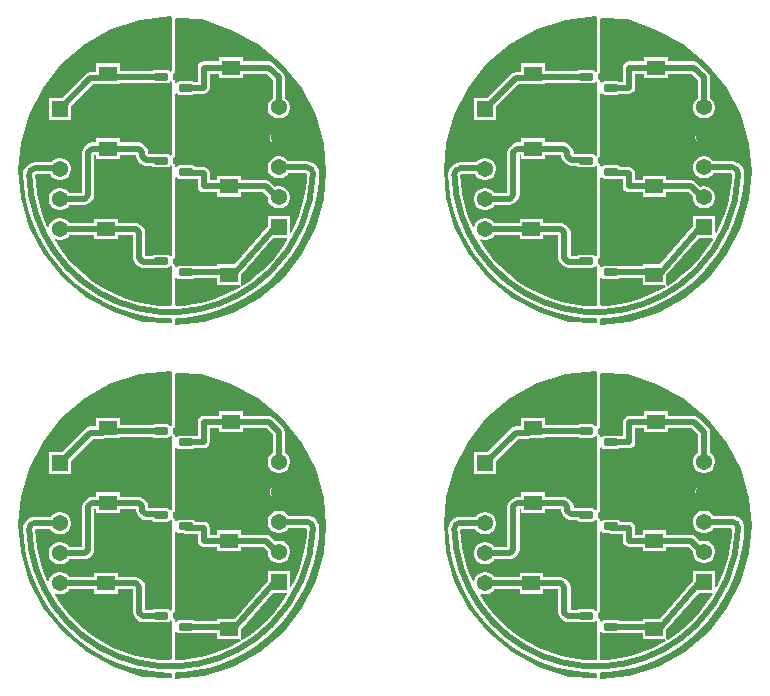
<source format=gbr>
%TF.GenerationSoftware,Altium Limited,Altium Designer,23.1.1 (15)*%
G04 Layer_Physical_Order=2*
G04 Layer_Color=16711680*
%FSLAX45Y45*%
%MOMM*%
%TF.SameCoordinates,57096F0C-A1BA-419E-BD28-F337C00074C1*%
%TF.FilePolarity,Positive*%
%TF.FileFunction,Copper,L2,Bot,Signal*%
%TF.Part,CustomerPanel*%
G01*
G75*
%TA.AperFunction,ComponentPad*%
%ADD11R,1.37000X1.37000*%
%ADD12C,1.37000*%
%TA.AperFunction,Conductor*%
%ADD13C,0.50000*%
%TA.AperFunction,SMDPad,CuDef*%
G04:AMPARAMS|DCode=14|XSize=1.23mm|YSize=0.6mm|CornerRadius=0.075mm|HoleSize=0mm|Usage=FLASHONLY|Rotation=0.000|XOffset=0mm|YOffset=0mm|HoleType=Round|Shape=RoundedRectangle|*
%AMROUNDEDRECTD14*
21,1,1.23000,0.45000,0,0,0.0*
21,1,1.08000,0.60000,0,0,0.0*
1,1,0.15000,0.54000,-0.22500*
1,1,0.15000,-0.54000,-0.22500*
1,1,0.15000,-0.54000,0.22500*
1,1,0.15000,0.54000,0.22500*
%
%ADD14ROUNDEDRECTD14*%
%ADD15R,1.50000X1.25000*%
G36*
X5328342Y5988616D02*
Y5531551D01*
X5315642Y5527699D01*
X5311819Y5533420D01*
X5300937Y5540691D01*
X5288100Y5543245D01*
X5180100D01*
X5167263Y5540691D01*
X5164114Y5538587D01*
X4886100D01*
Y5599700D01*
X4685300D01*
Y5525687D01*
X4639200D01*
X4619535Y5521776D01*
X4602864Y5510636D01*
X4400527Y5308300D01*
X4285400D01*
Y5120500D01*
X4473200D01*
Y5235628D01*
X4660485Y5422913D01*
X4748200D01*
X4753163Y5423900D01*
X4886100D01*
Y5435813D01*
X5164114D01*
X5167263Y5433709D01*
X5180100Y5431156D01*
X5288100D01*
X5300937Y5433709D01*
X5311819Y5440980D01*
X5315642Y5446702D01*
X5328342Y5442849D01*
Y4820351D01*
X5315642Y4816499D01*
X5311819Y4822220D01*
X5300937Y4829491D01*
X5288100Y4832045D01*
X5205766D01*
X5196000Y4833987D01*
X5129187D01*
Y4849611D01*
X5125276Y4869276D01*
X5114136Y4885947D01*
X5084847Y4915236D01*
X5068176Y4926376D01*
X5048510Y4930287D01*
X4886100D01*
Y4966800D01*
X4685300D01*
Y4930287D01*
X4649889D01*
X4630224Y4926376D01*
X4613553Y4915236D01*
X4584264Y4885947D01*
X4573124Y4869276D01*
X4569213Y4849611D01*
Y4503787D01*
X4458058D01*
X4454439Y4510056D01*
X4436956Y4527539D01*
X4415544Y4539901D01*
X4391662Y4546300D01*
X4366938D01*
X4343056Y4539901D01*
X4321644Y4527539D01*
X4304161Y4510056D01*
X4291799Y4488644D01*
X4285400Y4464762D01*
Y4440038D01*
X4291799Y4416156D01*
X4304161Y4394744D01*
X4321644Y4377261D01*
X4343056Y4364899D01*
X4366938Y4358500D01*
X4391662D01*
X4415544Y4364899D01*
X4436956Y4377261D01*
X4454439Y4394744D01*
X4458058Y4401013D01*
X4591310D01*
X4610976Y4404924D01*
X4627647Y4416064D01*
X4656936Y4445353D01*
X4668075Y4462024D01*
X4671987Y4481690D01*
Y4827513D01*
X4685300D01*
Y4791000D01*
X4886100D01*
Y4827513D01*
X5026413D01*
Y4811890D01*
X5030324Y4792224D01*
X5041464Y4775553D01*
X5070753Y4746264D01*
X5087424Y4735124D01*
X5107089Y4731213D01*
X5155423D01*
X5156380Y4729780D01*
X5167263Y4722509D01*
X5180100Y4719956D01*
X5288100D01*
X5300937Y4722509D01*
X5311819Y4729780D01*
X5315642Y4735502D01*
X5328342Y4731649D01*
Y3969451D01*
X5315642Y3965599D01*
X5311819Y3971320D01*
X5300937Y3978591D01*
X5288100Y3981145D01*
X5180100D01*
X5167263Y3978591D01*
X5156380Y3971320D01*
X5155757Y3970387D01*
X5103787D01*
Y4169111D01*
X5099875Y4188776D01*
X5088736Y4205447D01*
X5059447Y4234736D01*
X5042776Y4245876D01*
X5023110Y4249787D01*
X4873400D01*
Y4286300D01*
X4672600D01*
Y4249787D01*
X4458058D01*
X4454439Y4256056D01*
X4436956Y4273539D01*
X4415544Y4285901D01*
X4391662Y4292300D01*
X4366938D01*
X4343056Y4285901D01*
X4321644Y4273539D01*
X4304161Y4256056D01*
X4291799Y4234644D01*
X4287206Y4217504D01*
X4273823Y4216626D01*
X4239049Y4300577D01*
X4208897Y4396210D01*
X4187193Y4494108D01*
X4174105Y4593524D01*
X4171646Y4649837D01*
X4180428Y4659011D01*
X4298233D01*
X4304161Y4648744D01*
X4321644Y4631261D01*
X4343056Y4618899D01*
X4366938Y4612500D01*
X4391662D01*
X4415544Y4618899D01*
X4436956Y4631261D01*
X4454439Y4648744D01*
X4466801Y4670156D01*
X4473200Y4694038D01*
Y4718762D01*
X4466801Y4742644D01*
X4454439Y4764056D01*
X4436956Y4781539D01*
X4415544Y4793901D01*
X4391662Y4800300D01*
X4366938D01*
X4343056Y4793901D01*
X4321644Y4781539D01*
X4304161Y4764056D01*
X4302850Y4761786D01*
X4169638D01*
X4169637Y4761786D01*
Y4761786D01*
X4167843Y4761429D01*
X4143427Y4758215D01*
X4119004Y4748098D01*
X4098031Y4732005D01*
X4081938Y4711032D01*
X4071821Y4686608D01*
X4068371Y4660399D01*
X4068406Y4659817D01*
X4068266Y4659117D01*
X4068527Y4657809D01*
Y4657806D01*
X4068527Y4657805D01*
X4069669Y4645476D01*
X4072326Y4584620D01*
X4086578Y4476366D01*
X4110210Y4369767D01*
X4143044Y4265634D01*
X4184828Y4164758D01*
X4235245Y4067908D01*
X4293911Y3975820D01*
X4360380Y3889196D01*
X4434146Y3808694D01*
X4514648Y3734929D01*
X4601271Y3668460D01*
X4693359Y3609793D01*
X4790209Y3559376D01*
X4891085Y3517592D01*
X4995219Y3484759D01*
X5101818Y3461126D01*
X5210071Y3446875D01*
X5319155Y3442112D01*
X5319168Y3442112D01*
X5328342Y3433330D01*
Y3407315D01*
X5319187Y3398513D01*
X5078056Y3407990D01*
X4839340Y3493218D01*
X4609765Y3615414D01*
X4405179Y3784841D01*
X4233408Y3991771D01*
X4115319Y4217239D01*
X4048508Y4460156D01*
X4028342Y4698153D01*
X4048508Y4926242D01*
X4115319Y5165672D01*
X4233408Y5390698D01*
X4390286Y5598181D01*
X4593415Y5765727D01*
X4816658Y5889487D01*
X5062522Y5967825D01*
X5318866Y5997072D01*
X5328342Y5988616D01*
D02*
G37*
G36*
X1728342D02*
Y5531551D01*
X1715642Y5527699D01*
X1711820Y5533420D01*
X1700937Y5540691D01*
X1688100Y5543245D01*
X1580100D01*
X1567263Y5540691D01*
X1564114Y5538587D01*
X1286100D01*
Y5599700D01*
X1085300D01*
Y5525687D01*
X1039200D01*
X1019535Y5521776D01*
X1002864Y5510636D01*
X800527Y5308300D01*
X685400D01*
Y5120500D01*
X873200D01*
Y5235628D01*
X1060485Y5422913D01*
X1148200D01*
X1153164Y5423900D01*
X1286100D01*
Y5435813D01*
X1564114D01*
X1567263Y5433709D01*
X1580100Y5431156D01*
X1688100D01*
X1700937Y5433709D01*
X1711820Y5440980D01*
X1715642Y5446702D01*
X1728342Y5442849D01*
Y4820351D01*
X1715642Y4816499D01*
X1711820Y4822220D01*
X1700937Y4829491D01*
X1688100Y4832045D01*
X1605766D01*
X1596000Y4833987D01*
X1529187D01*
Y4849611D01*
X1525276Y4869276D01*
X1514136Y4885947D01*
X1484847Y4915236D01*
X1468176Y4926376D01*
X1448510Y4930287D01*
X1286100D01*
Y4966800D01*
X1085300D01*
Y4930287D01*
X1049889D01*
X1030224Y4926376D01*
X1013553Y4915236D01*
X984264Y4885947D01*
X973124Y4869276D01*
X969213Y4849611D01*
Y4503787D01*
X858058D01*
X854439Y4510056D01*
X836956Y4527539D01*
X815544Y4539901D01*
X791662Y4546300D01*
X766938D01*
X743056Y4539901D01*
X721644Y4527539D01*
X704161Y4510056D01*
X691799Y4488644D01*
X685400Y4464762D01*
Y4440038D01*
X691799Y4416156D01*
X704161Y4394744D01*
X721644Y4377261D01*
X743056Y4364899D01*
X766938Y4358500D01*
X791662D01*
X815544Y4364899D01*
X836956Y4377261D01*
X854439Y4394744D01*
X858058Y4401013D01*
X991310D01*
X1010976Y4404924D01*
X1027647Y4416064D01*
X1056936Y4445353D01*
X1068076Y4462024D01*
X1071987Y4481690D01*
Y4827513D01*
X1085300D01*
Y4791000D01*
X1286100D01*
Y4827513D01*
X1426413D01*
Y4811890D01*
X1430324Y4792224D01*
X1441464Y4775553D01*
X1470753Y4746264D01*
X1487424Y4735124D01*
X1507089Y4731213D01*
X1555423D01*
X1556380Y4729780D01*
X1567263Y4722509D01*
X1580100Y4719956D01*
X1688100D01*
X1700937Y4722509D01*
X1711820Y4729780D01*
X1715642Y4735502D01*
X1728342Y4731649D01*
Y3969451D01*
X1715642Y3965599D01*
X1711820Y3971320D01*
X1700937Y3978591D01*
X1688100Y3981145D01*
X1580100D01*
X1567263Y3978591D01*
X1556380Y3971320D01*
X1555757Y3970387D01*
X1503787D01*
Y4169111D01*
X1499876Y4188776D01*
X1488736Y4205447D01*
X1459447Y4234736D01*
X1442776Y4245876D01*
X1423110Y4249787D01*
X1273400D01*
Y4286300D01*
X1072600D01*
Y4249787D01*
X858058D01*
X854439Y4256056D01*
X836956Y4273539D01*
X815544Y4285901D01*
X791662Y4292300D01*
X766938D01*
X743056Y4285901D01*
X721644Y4273539D01*
X704161Y4256056D01*
X691799Y4234644D01*
X687206Y4217504D01*
X673823Y4216626D01*
X639050Y4300577D01*
X608897Y4396210D01*
X587193Y4494108D01*
X574105Y4593524D01*
X571646Y4649837D01*
X580428Y4659011D01*
X698233D01*
X704161Y4648744D01*
X721644Y4631261D01*
X743056Y4618899D01*
X766938Y4612500D01*
X791662D01*
X815544Y4618899D01*
X836956Y4631261D01*
X854439Y4648744D01*
X866801Y4670156D01*
X873200Y4694038D01*
Y4718762D01*
X866801Y4742644D01*
X854439Y4764056D01*
X836956Y4781539D01*
X815544Y4793901D01*
X791662Y4800300D01*
X766938D01*
X743056Y4793901D01*
X721644Y4781539D01*
X704161Y4764056D01*
X702851Y4761786D01*
X569638D01*
X569637Y4761786D01*
Y4761786D01*
X567843Y4761429D01*
X543427Y4758215D01*
X519004Y4748098D01*
X498031Y4732005D01*
X481938Y4711032D01*
X471821Y4686608D01*
X468371Y4660399D01*
X468406Y4659817D01*
X468266Y4659117D01*
X468527Y4657809D01*
Y4657806D01*
X468527Y4657805D01*
X469669Y4645476D01*
X472326Y4584620D01*
X486578Y4476366D01*
X510211Y4369767D01*
X543044Y4265634D01*
X584828Y4164758D01*
X635245Y4067908D01*
X693911Y3975820D01*
X760380Y3889196D01*
X834146Y3808694D01*
X914648Y3734929D01*
X1001272Y3668460D01*
X1093359Y3609793D01*
X1190209Y3559376D01*
X1291086Y3517592D01*
X1395219Y3484759D01*
X1501818Y3461126D01*
X1610071Y3446875D01*
X1719155Y3442112D01*
X1719168Y3442112D01*
X1728342Y3433330D01*
Y3407315D01*
X1719187Y3398513D01*
X1478056Y3407990D01*
X1239340Y3493218D01*
X1009765Y3615414D01*
X805179Y3784841D01*
X633408Y3991771D01*
X515319Y4217239D01*
X448508Y4460156D01*
X428342Y4698153D01*
X448508Y4926242D01*
X515319Y5165672D01*
X633408Y5390698D01*
X790286Y5598181D01*
X993415Y5765727D01*
X1216658Y5889487D01*
X1462522Y5967825D01*
X1718867Y5997072D01*
X1728342Y5988616D01*
D02*
G37*
G36*
X5586548Y5971562D02*
X5825264Y5886335D01*
X6054840Y5764139D01*
X6259426Y5594712D01*
X6431197Y5387782D01*
X6549286Y5162313D01*
X6616096Y4919396D01*
X6636262Y4681399D01*
X6616096Y4453310D01*
X6549286Y4213880D01*
X6431197Y3988854D01*
X6274319Y3781372D01*
X6071190Y3613826D01*
X5847946Y3490065D01*
X5602083Y3411727D01*
X5358547Y3383942D01*
X5354995Y3387430D01*
X5351349Y3395903D01*
X5352069Y3396937D01*
X5352124Y3397189D01*
X5352268Y3397405D01*
X5353206Y3402119D01*
X5354235Y3406806D01*
X5354189Y3407061D01*
X5354240Y3407315D01*
Y3433330D01*
X5355631Y3435399D01*
X5362714Y3443023D01*
X5365043Y3444116D01*
X5428238Y3446875D01*
X5536491Y3461126D01*
X5643090Y3484759D01*
X5747224Y3517592D01*
X5848100Y3559376D01*
X5944950Y3609793D01*
X6037038Y3668460D01*
X6123662Y3734929D01*
X6195083Y3800374D01*
X6204164Y3808694D01*
X6204306Y3808830D01*
X6204306Y3808830D01*
X6278787Y3890112D01*
X6346020Y3977732D01*
X6405361Y4070878D01*
X6456358Y4168843D01*
X6498623Y4270878D01*
X6531834Y4376209D01*
X6555738Y4484034D01*
X6570153Y4593532D01*
X6572778Y4653647D01*
X6573598Y4664526D01*
X6573908Y4666081D01*
X6573908Y4666081D01*
X6574212Y4667607D01*
X6574063Y4668356D01*
X6574113Y4669100D01*
X6572898Y4678326D01*
X6570662Y4695310D01*
X6560546Y4719733D01*
X6544452Y4740706D01*
X6523479Y4756799D01*
X6499056Y4766916D01*
X6475111Y4770068D01*
X6473169Y4770455D01*
Y4770455D01*
X6473006Y4770487D01*
X6460482Y4770487D01*
X6312258Y4770487D01*
X6308639Y4776756D01*
X6291156Y4794239D01*
X6269744Y4806601D01*
X6245862Y4813000D01*
X6221138D01*
X6197256Y4806601D01*
X6175844Y4794239D01*
X6158361Y4776756D01*
X6145999Y4755344D01*
X6139600Y4731462D01*
Y4706738D01*
X6145999Y4682856D01*
X6158361Y4661444D01*
X6175844Y4643961D01*
X6197256Y4631599D01*
X6221138Y4625200D01*
X6245862D01*
X6269744Y4631599D01*
X6291156Y4643961D01*
X6308639Y4661444D01*
X6312258Y4667713D01*
X6462042Y4667713D01*
X6470824Y4658538D01*
X6468375Y4602437D01*
X6455123Y4501776D01*
X6433148Y4402652D01*
X6402617Y4305821D01*
X6363763Y4212020D01*
X6339736Y4165864D01*
X6327400Y4168883D01*
Y4305000D01*
X6139600D01*
Y4218857D01*
X5858823Y3897900D01*
X5714000D01*
Y3881487D01*
X5516085D01*
X5512937Y3883591D01*
X5500100Y3886145D01*
X5392100D01*
X5379263Y3883591D01*
X5368380Y3876320D01*
X5366940Y3874164D01*
X5354240Y3878016D01*
Y3880749D01*
X5353989Y3882009D01*
X5354115Y3883288D01*
X5353011Y3886928D01*
X5352268Y3890660D01*
X5351555Y3891728D01*
X5351182Y3892957D01*
X5348768Y3895899D01*
X5346655Y3899062D01*
X5345586Y3899775D01*
X5344771Y3900768D01*
X5341416Y3902562D01*
X5338253Y3904675D01*
X5336993Y3904926D01*
X5336262Y3905317D01*
Y3944884D01*
X5336993Y3945274D01*
X5338253Y3945525D01*
X5341416Y3947638D01*
X5344771Y3949432D01*
X5345586Y3950425D01*
X5346655Y3951139D01*
X5348768Y3954301D01*
X5351182Y3957243D01*
X5351555Y3958472D01*
X5352268Y3959540D01*
X5353011Y3963272D01*
X5354115Y3966913D01*
X5353989Y3968191D01*
X5354240Y3969451D01*
Y4633084D01*
X5366940Y4636936D01*
X5368380Y4634780D01*
X5379263Y4627509D01*
X5392100Y4624955D01*
X5420252D01*
X5426435Y4620824D01*
X5446100Y4616913D01*
X5547113D01*
Y4559300D01*
X5551024Y4539635D01*
X5562164Y4522964D01*
X5578835Y4511824D01*
X5598500Y4507913D01*
X5714000D01*
Y4471400D01*
X5914800D01*
Y4507913D01*
X6103475D01*
X6139600Y4471788D01*
Y4452738D01*
X6145999Y4428856D01*
X6158361Y4407444D01*
X6175844Y4389961D01*
X6197256Y4377599D01*
X6221138Y4371200D01*
X6245862D01*
X6269744Y4377599D01*
X6291156Y4389961D01*
X6308639Y4407444D01*
X6321001Y4428856D01*
X6327400Y4452738D01*
Y4477462D01*
X6321001Y4501344D01*
X6308639Y4522756D01*
X6291156Y4540239D01*
X6269744Y4552601D01*
X6245862Y4559000D01*
X6221138D01*
X6202679Y4554054D01*
X6161097Y4595636D01*
X6144426Y4606776D01*
X6124761Y4610687D01*
X5914800D01*
Y4647200D01*
X5714000D01*
Y4610687D01*
X5649887D01*
Y4668300D01*
X5645975Y4687965D01*
X5634836Y4704636D01*
X5618165Y4715776D01*
X5598500Y4719687D01*
X5528852D01*
X5523820Y4727220D01*
X5512937Y4734491D01*
X5500100Y4737045D01*
X5392100D01*
X5379263Y4734491D01*
X5368380Y4727220D01*
X5366940Y4725064D01*
X5354240Y4728916D01*
Y4731649D01*
X5353989Y4732909D01*
X5354115Y4734188D01*
X5353011Y4737828D01*
X5352268Y4741560D01*
X5351555Y4742628D01*
X5351182Y4743857D01*
X5348768Y4746799D01*
X5346655Y4749962D01*
X5345586Y4750675D01*
X5344771Y4751668D01*
X5341416Y4753462D01*
X5338253Y4755575D01*
X5336993Y4755826D01*
X5336262Y4756217D01*
Y4795784D01*
X5336993Y4796174D01*
X5338253Y4796425D01*
X5341416Y4798538D01*
X5344771Y4800332D01*
X5345586Y4801325D01*
X5346655Y4802039D01*
X5348768Y4805201D01*
X5351182Y4808143D01*
X5351555Y4809372D01*
X5352268Y4810440D01*
X5353011Y4814172D01*
X5354115Y4817813D01*
X5353989Y4819091D01*
X5354240Y4820351D01*
Y5344284D01*
X5366940Y5348136D01*
X5368380Y5345980D01*
X5379263Y5338709D01*
X5392100Y5336155D01*
X5500100D01*
X5512937Y5338709D01*
X5516085Y5340813D01*
X5598500D01*
X5618165Y5344724D01*
X5634836Y5355864D01*
X5645975Y5372535D01*
X5649887Y5392200D01*
Y5513313D01*
X5726700D01*
Y5476800D01*
X5927500D01*
Y5513313D01*
X6128615D01*
X6182113Y5459815D01*
Y5305858D01*
X6175844Y5302239D01*
X6158361Y5284756D01*
X6145999Y5263344D01*
X6139600Y5239462D01*
Y5214738D01*
X6145999Y5190856D01*
X6158361Y5169444D01*
X6175844Y5151961D01*
X6197256Y5139599D01*
X6221138Y5133200D01*
X6245862D01*
X6269744Y5139599D01*
X6291156Y5151961D01*
X6308639Y5169444D01*
X6321001Y5190856D01*
X6327400Y5214738D01*
Y5239462D01*
X6321001Y5263344D01*
X6308639Y5284756D01*
X6291156Y5302239D01*
X6284887Y5305858D01*
Y5481100D01*
X6280975Y5500765D01*
X6269836Y5517436D01*
X6186236Y5601036D01*
X6169565Y5612176D01*
X6149900Y5616087D01*
X5927500D01*
Y5652600D01*
X5726700D01*
Y5616087D01*
X5598500D01*
X5578835Y5612176D01*
X5562164Y5601036D01*
X5551024Y5584365D01*
X5547113Y5564700D01*
Y5443587D01*
X5516085D01*
X5512937Y5445691D01*
X5500100Y5448245D01*
X5392100D01*
X5379263Y5445691D01*
X5368380Y5438420D01*
X5366940Y5436264D01*
X5354240Y5440116D01*
Y5442849D01*
X5353989Y5444109D01*
X5354115Y5445388D01*
X5353011Y5449028D01*
X5352268Y5452760D01*
X5351555Y5453828D01*
X5351182Y5455057D01*
X5348768Y5457999D01*
X5346655Y5461162D01*
X5345586Y5461875D01*
X5344771Y5462868D01*
X5341416Y5464662D01*
X5338253Y5466775D01*
X5336993Y5467026D01*
X5336262Y5467417D01*
Y5506984D01*
X5336993Y5507374D01*
X5338253Y5507625D01*
X5341416Y5509738D01*
X5344771Y5511532D01*
X5345586Y5512525D01*
X5346655Y5513239D01*
X5348768Y5516401D01*
X5351182Y5519343D01*
X5351555Y5520572D01*
X5352268Y5521640D01*
X5353011Y5525372D01*
X5354115Y5529013D01*
X5353989Y5530291D01*
X5354240Y5531551D01*
Y5971531D01*
X5363395Y5980333D01*
X5586548Y5971562D01*
D02*
G37*
G36*
X1986548D02*
X2225264Y5886335D01*
X2454840Y5764139D01*
X2659426Y5594712D01*
X2831197Y5387782D01*
X2949286Y5162313D01*
X3016096Y4919396D01*
X3036262Y4681399D01*
X3016096Y4453310D01*
X2949286Y4213880D01*
X2831197Y3988854D01*
X2674319Y3781372D01*
X2471190Y3613826D01*
X2247946Y3490065D01*
X2002083Y3411727D01*
X1758547Y3383942D01*
X1754995Y3387430D01*
X1751349Y3395903D01*
X1752069Y3396937D01*
X1752125Y3397189D01*
X1752269Y3397405D01*
X1753206Y3402119D01*
X1754235Y3406806D01*
X1754189Y3407061D01*
X1754240Y3407315D01*
Y3433330D01*
X1755631Y3435399D01*
X1762714Y3443023D01*
X1765043Y3444116D01*
X1828238Y3446875D01*
X1936491Y3461126D01*
X2043090Y3484759D01*
X2147224Y3517592D01*
X2248100Y3559376D01*
X2344950Y3609793D01*
X2437038Y3668460D01*
X2523662Y3734929D01*
X2595083Y3800374D01*
X2604164Y3808694D01*
X2604306Y3808830D01*
X2604306Y3808830D01*
X2678787Y3890112D01*
X2746020Y3977732D01*
X2805361Y4070878D01*
X2856358Y4168843D01*
X2898623Y4270878D01*
X2931834Y4376209D01*
X2955738Y4484034D01*
X2970154Y4593532D01*
X2972778Y4653647D01*
X2973599Y4664526D01*
X2973908Y4666081D01*
X2973908Y4666081D01*
X2974212Y4667607D01*
X2974063Y4668356D01*
X2974113Y4669100D01*
X2972898Y4678326D01*
X2970662Y4695310D01*
X2960546Y4719733D01*
X2944453Y4740706D01*
X2923480Y4756799D01*
X2899056Y4766916D01*
X2875111Y4770068D01*
X2873170Y4770455D01*
Y4770455D01*
X2873006Y4770487D01*
X2860482Y4770487D01*
X2712258Y4770487D01*
X2708639Y4776756D01*
X2691156Y4794239D01*
X2669744Y4806601D01*
X2645862Y4813000D01*
X2621138D01*
X2597256Y4806601D01*
X2575844Y4794239D01*
X2558361Y4776756D01*
X2545999Y4755344D01*
X2539600Y4731462D01*
Y4706738D01*
X2545999Y4682856D01*
X2558361Y4661444D01*
X2575844Y4643961D01*
X2597256Y4631599D01*
X2621138Y4625200D01*
X2645862D01*
X2669744Y4631599D01*
X2691156Y4643961D01*
X2708639Y4661444D01*
X2712258Y4667713D01*
X2862042Y4667713D01*
X2870825Y4658538D01*
X2868375Y4602437D01*
X2855123Y4501776D01*
X2833148Y4402652D01*
X2802617Y4305821D01*
X2763763Y4212020D01*
X2739736Y4165864D01*
X2727400Y4168883D01*
Y4305000D01*
X2539600D01*
Y4218857D01*
X2258823Y3897900D01*
X2114000D01*
Y3881487D01*
X1916086D01*
X1912937Y3883591D01*
X1900100Y3886145D01*
X1792100D01*
X1779263Y3883591D01*
X1768380Y3876320D01*
X1766940Y3874164D01*
X1754240Y3878016D01*
Y3880749D01*
X1753989Y3882009D01*
X1754115Y3883288D01*
X1753011Y3886928D01*
X1752269Y3890660D01*
X1751555Y3891728D01*
X1751182Y3892957D01*
X1748768Y3895899D01*
X1746655Y3899062D01*
X1745587Y3899775D01*
X1744771Y3900768D01*
X1741416Y3902562D01*
X1738253Y3904675D01*
X1736993Y3904926D01*
X1736262Y3905317D01*
Y3944884D01*
X1736993Y3945274D01*
X1738253Y3945525D01*
X1741416Y3947638D01*
X1744771Y3949432D01*
X1745587Y3950425D01*
X1746655Y3951139D01*
X1748768Y3954301D01*
X1751182Y3957243D01*
X1751555Y3958472D01*
X1752269Y3959540D01*
X1753011Y3963272D01*
X1754115Y3966913D01*
X1753989Y3968191D01*
X1754240Y3969451D01*
Y4633084D01*
X1766940Y4636936D01*
X1768380Y4634780D01*
X1779263Y4627509D01*
X1792100Y4624955D01*
X1820252D01*
X1826435Y4620824D01*
X1846100Y4616913D01*
X1947113D01*
Y4559300D01*
X1951024Y4539635D01*
X1962164Y4522964D01*
X1978835Y4511824D01*
X1998500Y4507913D01*
X2114000D01*
Y4471400D01*
X2314800D01*
Y4507913D01*
X2503476D01*
X2539600Y4471788D01*
Y4452738D01*
X2545999Y4428856D01*
X2558361Y4407444D01*
X2575844Y4389961D01*
X2597256Y4377599D01*
X2621138Y4371200D01*
X2645862D01*
X2669744Y4377599D01*
X2691156Y4389961D01*
X2708639Y4407444D01*
X2721001Y4428856D01*
X2727400Y4452738D01*
Y4477462D01*
X2721001Y4501344D01*
X2708639Y4522756D01*
X2691156Y4540239D01*
X2669744Y4552601D01*
X2645862Y4559000D01*
X2621138D01*
X2602679Y4554054D01*
X2561097Y4595636D01*
X2544426Y4606776D01*
X2524761Y4610687D01*
X2314800D01*
Y4647200D01*
X2114000D01*
Y4610687D01*
X2049887D01*
Y4668300D01*
X2045976Y4687965D01*
X2034836Y4704636D01*
X2018165Y4715776D01*
X1998500Y4719687D01*
X1928852D01*
X1923820Y4727220D01*
X1912937Y4734491D01*
X1900100Y4737045D01*
X1792100D01*
X1779263Y4734491D01*
X1768380Y4727220D01*
X1766940Y4725064D01*
X1754240Y4728916D01*
Y4731649D01*
X1753989Y4732909D01*
X1754115Y4734188D01*
X1753011Y4737828D01*
X1752269Y4741560D01*
X1751555Y4742628D01*
X1751182Y4743857D01*
X1748768Y4746799D01*
X1746655Y4749962D01*
X1745587Y4750675D01*
X1744771Y4751668D01*
X1741416Y4753462D01*
X1738253Y4755575D01*
X1736993Y4755826D01*
X1736262Y4756217D01*
Y4795784D01*
X1736993Y4796174D01*
X1738253Y4796425D01*
X1741416Y4798538D01*
X1744771Y4800332D01*
X1745587Y4801325D01*
X1746655Y4802039D01*
X1748768Y4805201D01*
X1751182Y4808143D01*
X1751555Y4809372D01*
X1752269Y4810440D01*
X1753011Y4814172D01*
X1754115Y4817813D01*
X1753989Y4819091D01*
X1754240Y4820351D01*
Y5344284D01*
X1766940Y5348136D01*
X1768380Y5345980D01*
X1779263Y5338709D01*
X1792100Y5336155D01*
X1900100D01*
X1912937Y5338709D01*
X1916086Y5340813D01*
X1998500D01*
X2018165Y5344724D01*
X2034836Y5355864D01*
X2045976Y5372535D01*
X2049887Y5392200D01*
Y5513313D01*
X2126700D01*
Y5476800D01*
X2327500D01*
Y5513313D01*
X2528615D01*
X2582113Y5459815D01*
Y5305858D01*
X2575844Y5302239D01*
X2558361Y5284756D01*
X2545999Y5263344D01*
X2539600Y5239462D01*
Y5214738D01*
X2545999Y5190856D01*
X2558361Y5169444D01*
X2575844Y5151961D01*
X2597256Y5139599D01*
X2621138Y5133200D01*
X2645862D01*
X2669744Y5139599D01*
X2691156Y5151961D01*
X2708639Y5169444D01*
X2721001Y5190856D01*
X2727400Y5214738D01*
Y5239462D01*
X2721001Y5263344D01*
X2708639Y5284756D01*
X2691156Y5302239D01*
X2684887Y5305858D01*
Y5481100D01*
X2680976Y5500765D01*
X2669836Y5517436D01*
X2586236Y5601036D01*
X2569565Y5612176D01*
X2549900Y5616087D01*
X2327500D01*
Y5652600D01*
X2126700D01*
Y5616087D01*
X1998500D01*
X1978835Y5612176D01*
X1962164Y5601036D01*
X1951024Y5584365D01*
X1947113Y5564700D01*
Y5443587D01*
X1916086D01*
X1912937Y5445691D01*
X1900100Y5448245D01*
X1792100D01*
X1779263Y5445691D01*
X1768380Y5438420D01*
X1766940Y5436264D01*
X1754240Y5440116D01*
Y5442849D01*
X1753989Y5444109D01*
X1754115Y5445388D01*
X1753011Y5449028D01*
X1752269Y5452760D01*
X1751555Y5453828D01*
X1751182Y5455057D01*
X1748768Y5457999D01*
X1746655Y5461162D01*
X1745587Y5461875D01*
X1744771Y5462868D01*
X1741416Y5464662D01*
X1738253Y5466775D01*
X1736993Y5467026D01*
X1736262Y5467417D01*
Y5506984D01*
X1736993Y5507374D01*
X1738253Y5507625D01*
X1741416Y5509738D01*
X1744771Y5511532D01*
X1745587Y5512525D01*
X1746655Y5513239D01*
X1748768Y5516401D01*
X1751182Y5519343D01*
X1751555Y5520572D01*
X1752269Y5521640D01*
X1753011Y5525372D01*
X1754115Y5529013D01*
X1753989Y5530291D01*
X1754240Y5531551D01*
Y5971531D01*
X1763395Y5980333D01*
X1986548Y5971562D01*
D02*
G37*
G36*
X5001013Y3948290D02*
X5004924Y3928624D01*
X5016064Y3911953D01*
X5045353Y3882664D01*
X5062024Y3871524D01*
X5081689Y3867613D01*
X5234100D01*
X5241353Y3869056D01*
X5288100D01*
X5300937Y3871609D01*
X5311819Y3878880D01*
X5315642Y3884602D01*
X5328342Y3880749D01*
Y3552941D01*
X5315747Y3544428D01*
X5218976Y3548653D01*
X5119559Y3561741D01*
X5021662Y3583445D01*
X4926029Y3613598D01*
X4833387Y3651971D01*
X4744443Y3698273D01*
X4659872Y3752150D01*
X4580319Y3813193D01*
X4506389Y3880938D01*
X4438645Y3954868D01*
X4377602Y4034421D01*
X4335410Y4100649D01*
X4341403Y4108683D01*
X4344120Y4110614D01*
X4366938Y4104500D01*
X4391662D01*
X4415544Y4110899D01*
X4436956Y4123261D01*
X4454439Y4140744D01*
X4458058Y4147013D01*
X4672600D01*
Y4110500D01*
X4873400D01*
Y4147013D01*
X5001013D01*
Y3948290D01*
D02*
G37*
G36*
X1401013D02*
X1404924Y3928624D01*
X1416064Y3911953D01*
X1445353Y3882664D01*
X1462024Y3871524D01*
X1481689Y3867613D01*
X1634100D01*
X1641353Y3869056D01*
X1688100D01*
X1700937Y3871609D01*
X1711820Y3878880D01*
X1715642Y3884602D01*
X1728342Y3880749D01*
Y3552941D01*
X1715747Y3544428D01*
X1618976Y3548653D01*
X1519559Y3561741D01*
X1421662Y3583445D01*
X1326029Y3613598D01*
X1233387Y3651971D01*
X1144443Y3698273D01*
X1059872Y3752150D01*
X980319Y3813193D01*
X906389Y3880938D01*
X838645Y3954868D01*
X777602Y4034421D01*
X735410Y4100649D01*
X741403Y4108683D01*
X744120Y4110614D01*
X766938Y4104500D01*
X791662D01*
X815544Y4110899D01*
X836956Y4123261D01*
X854439Y4140744D01*
X858058Y4147013D01*
X1072600D01*
Y4110500D01*
X1273400D01*
Y4147013D01*
X1401013D01*
Y3948290D01*
D02*
G37*
G36*
X6306755Y4106065D02*
X6262330Y4036333D01*
X6200522Y3955784D01*
X6140566Y3890353D01*
X6131487Y3881649D01*
X6131480Y3881645D01*
X6131475Y3881638D01*
X6129566Y3878781D01*
X6057990Y3813193D01*
X5978437Y3752150D01*
X5926149Y3718839D01*
X5914800Y3726667D01*
Y3805796D01*
X6187220Y4117200D01*
X6300646D01*
X6306755Y4106065D01*
D02*
G37*
G36*
X2706755D02*
X2662330Y4036333D01*
X2600522Y3955784D01*
X2540566Y3890353D01*
X2531487Y3881649D01*
X2531480Y3881645D01*
X2531475Y3881638D01*
X2529566Y3878781D01*
X2457990Y3813193D01*
X2378437Y3752150D01*
X2326149Y3718839D01*
X2314800Y3726667D01*
Y3805796D01*
X2587220Y4117200D01*
X2700646D01*
X2706755Y4106065D01*
D02*
G37*
G36*
X5368380Y3783880D02*
X5379263Y3776609D01*
X5392100Y3774055D01*
X5500100D01*
X5512937Y3776609D01*
X5516085Y3778713D01*
X5714000D01*
Y3722100D01*
X5907631D01*
X5911333Y3709400D01*
X5893867Y3698273D01*
X5804922Y3651971D01*
X5712281Y3613598D01*
X5616647Y3583445D01*
X5518750Y3561741D01*
X5419334Y3548653D01*
X5365743Y3546313D01*
X5364014Y3546918D01*
X5363232Y3547400D01*
X5354240Y3558523D01*
Y3782184D01*
X5366940Y3786036D01*
X5368380Y3783880D01*
D02*
G37*
G36*
X1768380D02*
X1779263Y3776609D01*
X1792100Y3774055D01*
X1900100D01*
X1912937Y3776609D01*
X1916086Y3778713D01*
X2114000D01*
Y3722100D01*
X2307631D01*
X2311333Y3709400D01*
X2293867Y3698273D01*
X2204922Y3651971D01*
X2112281Y3613598D01*
X2016647Y3583445D01*
X1918750Y3561741D01*
X1819334Y3548653D01*
X1765743Y3546313D01*
X1764014Y3546918D01*
X1763232Y3547400D01*
X1754240Y3558523D01*
Y3782184D01*
X1766940Y3786036D01*
X1768380Y3783880D01*
D02*
G37*
G36*
X5328342Y2988616D02*
Y2531551D01*
X5315642Y2527699D01*
X5311819Y2533420D01*
X5300937Y2540691D01*
X5288100Y2543245D01*
X5180100D01*
X5167263Y2540691D01*
X5164114Y2538587D01*
X4886100D01*
Y2599700D01*
X4685300D01*
Y2525687D01*
X4639200D01*
X4619535Y2521776D01*
X4602864Y2510636D01*
X4400527Y2308300D01*
X4285400D01*
Y2120500D01*
X4473200D01*
Y2235627D01*
X4660485Y2422913D01*
X4748200D01*
X4753163Y2423900D01*
X4886100D01*
Y2435813D01*
X5164114D01*
X5167263Y2433709D01*
X5180100Y2431155D01*
X5288100D01*
X5300937Y2433709D01*
X5311819Y2440980D01*
X5315642Y2446701D01*
X5328342Y2442849D01*
Y1820351D01*
X5315642Y1816499D01*
X5311819Y1822220D01*
X5300937Y1829491D01*
X5288100Y1832045D01*
X5205766D01*
X5196000Y1833987D01*
X5129187D01*
Y1849610D01*
X5125276Y1869276D01*
X5114136Y1885947D01*
X5084847Y1915236D01*
X5068176Y1926376D01*
X5048510Y1930287D01*
X4886100D01*
Y1966800D01*
X4685300D01*
Y1930287D01*
X4649889D01*
X4630224Y1926376D01*
X4613553Y1915236D01*
X4584264Y1885947D01*
X4573124Y1869276D01*
X4569213Y1849610D01*
Y1503787D01*
X4458058D01*
X4454439Y1510056D01*
X4436956Y1527539D01*
X4415544Y1539901D01*
X4391662Y1546300D01*
X4366938D01*
X4343056Y1539901D01*
X4321644Y1527539D01*
X4304161Y1510056D01*
X4291799Y1488644D01*
X4285400Y1464762D01*
Y1440038D01*
X4291799Y1416156D01*
X4304161Y1394744D01*
X4321644Y1377261D01*
X4343056Y1364899D01*
X4366938Y1358500D01*
X4391662D01*
X4415544Y1364899D01*
X4436956Y1377261D01*
X4454439Y1394744D01*
X4458058Y1401013D01*
X4591310D01*
X4610976Y1404924D01*
X4627647Y1416064D01*
X4656936Y1445353D01*
X4668075Y1462024D01*
X4671987Y1481689D01*
Y1827513D01*
X4685300D01*
Y1791000D01*
X4886100D01*
Y1827513D01*
X5026413D01*
Y1811889D01*
X5030324Y1792224D01*
X5041464Y1775553D01*
X5070753Y1746264D01*
X5087424Y1735124D01*
X5107089Y1731213D01*
X5155423D01*
X5156380Y1729780D01*
X5167263Y1722509D01*
X5180100Y1719955D01*
X5288100D01*
X5300937Y1722509D01*
X5311819Y1729780D01*
X5315642Y1735501D01*
X5328342Y1731649D01*
Y969451D01*
X5315642Y965599D01*
X5311819Y971320D01*
X5300937Y978591D01*
X5288100Y981145D01*
X5180100D01*
X5167263Y978591D01*
X5156380Y971320D01*
X5155757Y970387D01*
X5103787D01*
Y1169110D01*
X5099875Y1188776D01*
X5088736Y1205447D01*
X5059447Y1234736D01*
X5042776Y1245876D01*
X5023110Y1249787D01*
X4873400D01*
Y1286300D01*
X4672600D01*
Y1249787D01*
X4458058D01*
X4454439Y1256056D01*
X4436956Y1273539D01*
X4415544Y1285901D01*
X4391662Y1292300D01*
X4366938D01*
X4343056Y1285901D01*
X4321644Y1273539D01*
X4304161Y1256056D01*
X4291799Y1234644D01*
X4287206Y1217504D01*
X4273823Y1216626D01*
X4239049Y1300577D01*
X4208897Y1396210D01*
X4187193Y1494108D01*
X4174105Y1593524D01*
X4171646Y1649837D01*
X4180428Y1659011D01*
X4298233D01*
X4304161Y1648744D01*
X4321644Y1631261D01*
X4343056Y1618899D01*
X4366938Y1612500D01*
X4391662D01*
X4415544Y1618899D01*
X4436956Y1631261D01*
X4454439Y1648744D01*
X4466801Y1670156D01*
X4473200Y1694038D01*
Y1718762D01*
X4466801Y1742644D01*
X4454439Y1764056D01*
X4436956Y1781539D01*
X4415544Y1793901D01*
X4391662Y1800300D01*
X4366938D01*
X4343056Y1793901D01*
X4321644Y1781539D01*
X4304161Y1764056D01*
X4302850Y1761786D01*
X4169638D01*
X4169637Y1761786D01*
Y1761786D01*
X4167843Y1761429D01*
X4143427Y1758214D01*
X4119004Y1748098D01*
X4098031Y1732005D01*
X4081938Y1711032D01*
X4071821Y1686608D01*
X4068371Y1660399D01*
X4068406Y1659817D01*
X4068266Y1659117D01*
X4068527Y1657809D01*
Y1657805D01*
X4068527Y1657805D01*
X4069669Y1645476D01*
X4072326Y1584620D01*
X4086578Y1476366D01*
X4110210Y1369767D01*
X4143044Y1265634D01*
X4184828Y1164758D01*
X4235245Y1067907D01*
X4293911Y975820D01*
X4360380Y889196D01*
X4434146Y808694D01*
X4514648Y734929D01*
X4601271Y668460D01*
X4693359Y609793D01*
X4790209Y559376D01*
X4891085Y517592D01*
X4995219Y484759D01*
X5101818Y461126D01*
X5210071Y446875D01*
X5319155Y442112D01*
X5319168Y442112D01*
X5328342Y433330D01*
Y407315D01*
X5319187Y398513D01*
X5078056Y407990D01*
X4839340Y493218D01*
X4609765Y615414D01*
X4405179Y784840D01*
X4233408Y991771D01*
X4115319Y1217239D01*
X4048508Y1460156D01*
X4028342Y1698153D01*
X4048508Y1926242D01*
X4115319Y2165672D01*
X4233408Y2390698D01*
X4390286Y2598180D01*
X4593415Y2765726D01*
X4816658Y2889487D01*
X5062522Y2967825D01*
X5318866Y2997072D01*
X5328342Y2988616D01*
D02*
G37*
G36*
X1728342D02*
Y2531551D01*
X1715642Y2527699D01*
X1711820Y2533420D01*
X1700937Y2540691D01*
X1688100Y2543245D01*
X1580100D01*
X1567263Y2540691D01*
X1564114Y2538587D01*
X1286100D01*
Y2599700D01*
X1085300D01*
Y2525687D01*
X1039200D01*
X1019535Y2521776D01*
X1002864Y2510636D01*
X800527Y2308300D01*
X685400D01*
Y2120500D01*
X873200D01*
Y2235627D01*
X1060485Y2422913D01*
X1148200D01*
X1153164Y2423900D01*
X1286100D01*
Y2435813D01*
X1564114D01*
X1567263Y2433709D01*
X1580100Y2431155D01*
X1688100D01*
X1700937Y2433709D01*
X1711820Y2440980D01*
X1715642Y2446701D01*
X1728342Y2442849D01*
Y1820351D01*
X1715642Y1816499D01*
X1711820Y1822220D01*
X1700937Y1829491D01*
X1688100Y1832045D01*
X1605766D01*
X1596000Y1833987D01*
X1529187D01*
Y1849610D01*
X1525276Y1869276D01*
X1514136Y1885947D01*
X1484847Y1915236D01*
X1468176Y1926376D01*
X1448510Y1930287D01*
X1286100D01*
Y1966800D01*
X1085300D01*
Y1930287D01*
X1049889D01*
X1030224Y1926376D01*
X1013553Y1915236D01*
X984264Y1885947D01*
X973124Y1869276D01*
X969213Y1849610D01*
Y1503787D01*
X858058D01*
X854439Y1510056D01*
X836956Y1527539D01*
X815544Y1539901D01*
X791662Y1546300D01*
X766938D01*
X743056Y1539901D01*
X721644Y1527539D01*
X704161Y1510056D01*
X691799Y1488644D01*
X685400Y1464762D01*
Y1440038D01*
X691799Y1416156D01*
X704161Y1394744D01*
X721644Y1377261D01*
X743056Y1364899D01*
X766938Y1358500D01*
X791662D01*
X815544Y1364899D01*
X836956Y1377261D01*
X854439Y1394744D01*
X858058Y1401013D01*
X991310D01*
X1010976Y1404924D01*
X1027647Y1416064D01*
X1056936Y1445353D01*
X1068076Y1462024D01*
X1071987Y1481689D01*
Y1827513D01*
X1085300D01*
Y1791000D01*
X1286100D01*
Y1827513D01*
X1426413D01*
Y1811889D01*
X1430324Y1792224D01*
X1441464Y1775553D01*
X1470753Y1746264D01*
X1487424Y1735124D01*
X1507089Y1731213D01*
X1555423D01*
X1556380Y1729780D01*
X1567263Y1722509D01*
X1580100Y1719955D01*
X1688100D01*
X1700937Y1722509D01*
X1711820Y1729780D01*
X1715642Y1735501D01*
X1728342Y1731649D01*
Y969451D01*
X1715642Y965599D01*
X1711820Y971320D01*
X1700937Y978591D01*
X1688100Y981145D01*
X1580100D01*
X1567263Y978591D01*
X1556380Y971320D01*
X1555757Y970387D01*
X1503787D01*
Y1169110D01*
X1499876Y1188776D01*
X1488736Y1205447D01*
X1459447Y1234736D01*
X1442776Y1245876D01*
X1423110Y1249787D01*
X1273400D01*
Y1286300D01*
X1072600D01*
Y1249787D01*
X858058D01*
X854439Y1256056D01*
X836956Y1273539D01*
X815544Y1285901D01*
X791662Y1292300D01*
X766938D01*
X743056Y1285901D01*
X721644Y1273539D01*
X704161Y1256056D01*
X691799Y1234644D01*
X687206Y1217504D01*
X673823Y1216626D01*
X639050Y1300577D01*
X608897Y1396210D01*
X587193Y1494108D01*
X574105Y1593524D01*
X571646Y1649837D01*
X580428Y1659011D01*
X698233D01*
X704161Y1648744D01*
X721644Y1631261D01*
X743056Y1618899D01*
X766938Y1612500D01*
X791662D01*
X815544Y1618899D01*
X836956Y1631261D01*
X854439Y1648744D01*
X866801Y1670156D01*
X873200Y1694038D01*
Y1718762D01*
X866801Y1742644D01*
X854439Y1764056D01*
X836956Y1781539D01*
X815544Y1793901D01*
X791662Y1800300D01*
X766938D01*
X743056Y1793901D01*
X721644Y1781539D01*
X704161Y1764056D01*
X702851Y1761786D01*
X569638D01*
X569637Y1761786D01*
Y1761786D01*
X567843Y1761429D01*
X543427Y1758214D01*
X519004Y1748098D01*
X498031Y1732005D01*
X481938Y1711032D01*
X471821Y1686608D01*
X468371Y1660399D01*
X468406Y1659817D01*
X468266Y1659117D01*
X468527Y1657809D01*
Y1657805D01*
X468527Y1657805D01*
X469669Y1645476D01*
X472326Y1584620D01*
X486578Y1476366D01*
X510211Y1369767D01*
X543044Y1265634D01*
X584828Y1164758D01*
X635245Y1067907D01*
X693911Y975820D01*
X760380Y889196D01*
X834146Y808694D01*
X914648Y734929D01*
X1001272Y668460D01*
X1093359Y609793D01*
X1190209Y559376D01*
X1291086Y517592D01*
X1395219Y484759D01*
X1501818Y461126D01*
X1610071Y446875D01*
X1719155Y442112D01*
X1719168Y442112D01*
X1728342Y433330D01*
Y407315D01*
X1719187Y398513D01*
X1478056Y407990D01*
X1239340Y493218D01*
X1009765Y615414D01*
X805179Y784840D01*
X633408Y991771D01*
X515319Y1217239D01*
X448508Y1460156D01*
X428342Y1698153D01*
X448508Y1926242D01*
X515319Y2165672D01*
X633408Y2390698D01*
X790286Y2598180D01*
X993415Y2765726D01*
X1216658Y2889487D01*
X1462522Y2967825D01*
X1718867Y2997072D01*
X1728342Y2988616D01*
D02*
G37*
G36*
X5586548Y2971562D02*
X5825264Y2886335D01*
X6054840Y2764138D01*
X6259426Y2594712D01*
X6431197Y2387782D01*
X6549286Y2162313D01*
X6616096Y1919396D01*
X6636262Y1681399D01*
X6616096Y1453310D01*
X6549286Y1213880D01*
X6431197Y988854D01*
X6274319Y781372D01*
X6071190Y613826D01*
X5847946Y490065D01*
X5602083Y411727D01*
X5358547Y383942D01*
X5354995Y387430D01*
X5351349Y395903D01*
X5352069Y396936D01*
X5352124Y397189D01*
X5352268Y397405D01*
X5353206Y402119D01*
X5354235Y406806D01*
X5354189Y407061D01*
X5354240Y407315D01*
Y433330D01*
X5355631Y435398D01*
X5362714Y443022D01*
X5365043Y444115D01*
X5428238Y446875D01*
X5536491Y461126D01*
X5643090Y484759D01*
X5747224Y517592D01*
X5848100Y559376D01*
X5944950Y609793D01*
X6037038Y668460D01*
X6123662Y734929D01*
X6195083Y800374D01*
X6204164Y808694D01*
X6204306Y808829D01*
X6204306Y808830D01*
X6278787Y890112D01*
X6346020Y977732D01*
X6405361Y1070878D01*
X6456358Y1168842D01*
X6498623Y1270878D01*
X6531834Y1376209D01*
X6555738Y1484034D01*
X6570153Y1593532D01*
X6572778Y1653647D01*
X6573598Y1664526D01*
X6573908Y1666080D01*
X6573908Y1666081D01*
X6574212Y1667607D01*
X6574063Y1668356D01*
X6574113Y1669100D01*
X6572898Y1678326D01*
X6570662Y1695310D01*
X6560546Y1719733D01*
X6544452Y1740706D01*
X6523479Y1756799D01*
X6499056Y1766916D01*
X6475111Y1770068D01*
X6473169Y1770454D01*
Y1770455D01*
X6473006Y1770487D01*
X6460482Y1770487D01*
X6312258Y1770487D01*
X6308639Y1776756D01*
X6291156Y1794239D01*
X6269744Y1806601D01*
X6245862Y1813000D01*
X6221138D01*
X6197256Y1806601D01*
X6175844Y1794239D01*
X6158361Y1776756D01*
X6145999Y1755344D01*
X6139600Y1731462D01*
Y1706738D01*
X6145999Y1682856D01*
X6158361Y1661444D01*
X6175844Y1643961D01*
X6197256Y1631599D01*
X6221138Y1625200D01*
X6245862D01*
X6269744Y1631599D01*
X6291156Y1643961D01*
X6308639Y1661444D01*
X6312258Y1667713D01*
X6462042Y1667712D01*
X6470824Y1658538D01*
X6468375Y1602437D01*
X6455123Y1501776D01*
X6433148Y1402652D01*
X6402617Y1305821D01*
X6363763Y1212020D01*
X6339736Y1165864D01*
X6327400Y1168883D01*
Y1305000D01*
X6139600D01*
Y1218857D01*
X5858823Y897900D01*
X5714000D01*
Y881487D01*
X5516085D01*
X5512937Y883591D01*
X5500100Y886145D01*
X5392100D01*
X5379263Y883591D01*
X5368380Y876320D01*
X5366940Y874164D01*
X5354240Y878016D01*
Y880749D01*
X5353989Y882009D01*
X5354115Y883288D01*
X5353011Y886928D01*
X5352268Y890660D01*
X5351555Y891728D01*
X5351182Y892957D01*
X5348768Y895899D01*
X5346655Y899061D01*
X5345586Y899775D01*
X5344771Y900768D01*
X5341416Y902562D01*
X5338253Y904675D01*
X5336993Y904926D01*
X5336262Y905316D01*
Y944884D01*
X5336993Y945274D01*
X5338253Y945525D01*
X5341416Y947638D01*
X5344771Y949432D01*
X5345586Y950425D01*
X5346655Y951139D01*
X5348768Y954301D01*
X5351182Y957243D01*
X5351555Y958472D01*
X5352268Y959540D01*
X5353011Y963272D01*
X5354115Y966912D01*
X5353989Y968191D01*
X5354240Y969451D01*
Y1633084D01*
X5366940Y1636936D01*
X5368380Y1634780D01*
X5379263Y1627509D01*
X5392100Y1624955D01*
X5420252D01*
X5426435Y1620824D01*
X5446100Y1616913D01*
X5547113D01*
Y1559300D01*
X5551024Y1539635D01*
X5562164Y1522964D01*
X5578835Y1511824D01*
X5598500Y1507913D01*
X5714000D01*
Y1471400D01*
X5914800D01*
Y1507913D01*
X6103475D01*
X6139600Y1471788D01*
Y1452738D01*
X6145999Y1428856D01*
X6158361Y1407444D01*
X6175844Y1389961D01*
X6197256Y1377599D01*
X6221138Y1371200D01*
X6245862D01*
X6269744Y1377599D01*
X6291156Y1389961D01*
X6308639Y1407444D01*
X6321001Y1428856D01*
X6327400Y1452738D01*
Y1477462D01*
X6321001Y1501344D01*
X6308639Y1522756D01*
X6291156Y1540239D01*
X6269744Y1552601D01*
X6245862Y1559000D01*
X6221138D01*
X6202679Y1554054D01*
X6161097Y1595636D01*
X6144426Y1606776D01*
X6124761Y1610687D01*
X5914800D01*
Y1647200D01*
X5714000D01*
Y1610687D01*
X5649887D01*
Y1668300D01*
X5645975Y1687965D01*
X5634836Y1704636D01*
X5618165Y1715776D01*
X5598500Y1719687D01*
X5528852D01*
X5523820Y1727220D01*
X5512937Y1734491D01*
X5500100Y1737045D01*
X5392100D01*
X5379263Y1734491D01*
X5368380Y1727220D01*
X5366940Y1725064D01*
X5354240Y1728916D01*
Y1731649D01*
X5353989Y1732909D01*
X5354115Y1734188D01*
X5353011Y1737828D01*
X5352268Y1741560D01*
X5351555Y1742628D01*
X5351182Y1743857D01*
X5348768Y1746799D01*
X5346655Y1749961D01*
X5345586Y1750675D01*
X5344771Y1751668D01*
X5341416Y1753462D01*
X5338253Y1755575D01*
X5336993Y1755826D01*
X5336262Y1756216D01*
Y1795784D01*
X5336993Y1796174D01*
X5338253Y1796425D01*
X5341416Y1798538D01*
X5344771Y1800332D01*
X5345586Y1801325D01*
X5346655Y1802039D01*
X5348768Y1805201D01*
X5351182Y1808143D01*
X5351555Y1809372D01*
X5352268Y1810440D01*
X5353011Y1814172D01*
X5354115Y1817812D01*
X5353989Y1819091D01*
X5354240Y1820351D01*
Y2344284D01*
X5366940Y2348136D01*
X5368380Y2345980D01*
X5379263Y2338709D01*
X5392100Y2336155D01*
X5500100D01*
X5512937Y2338709D01*
X5516085Y2340813D01*
X5598500D01*
X5618165Y2344724D01*
X5634836Y2355864D01*
X5645975Y2372535D01*
X5649887Y2392200D01*
Y2513313D01*
X5726700D01*
Y2476800D01*
X5927500D01*
Y2513313D01*
X6128615D01*
X6182113Y2459815D01*
Y2305858D01*
X6175844Y2302239D01*
X6158361Y2284756D01*
X6145999Y2263344D01*
X6139600Y2239462D01*
Y2214738D01*
X6145999Y2190856D01*
X6158361Y2169444D01*
X6175844Y2151961D01*
X6197256Y2139599D01*
X6221138Y2133200D01*
X6245862D01*
X6269744Y2139599D01*
X6291156Y2151961D01*
X6308639Y2169444D01*
X6321001Y2190856D01*
X6327400Y2214738D01*
Y2239462D01*
X6321001Y2263344D01*
X6308639Y2284756D01*
X6291156Y2302239D01*
X6284887Y2305858D01*
Y2481100D01*
X6280975Y2500765D01*
X6269836Y2517436D01*
X6186236Y2601036D01*
X6169565Y2612176D01*
X6149900Y2616087D01*
X5927500D01*
Y2652600D01*
X5726700D01*
Y2616087D01*
X5598500D01*
X5578835Y2612176D01*
X5562164Y2601036D01*
X5551024Y2584365D01*
X5547113Y2564700D01*
Y2443587D01*
X5516085D01*
X5512937Y2445691D01*
X5500100Y2448245D01*
X5392100D01*
X5379263Y2445691D01*
X5368380Y2438420D01*
X5366940Y2436264D01*
X5354240Y2440116D01*
Y2442849D01*
X5353989Y2444109D01*
X5354115Y2445388D01*
X5353011Y2449028D01*
X5352268Y2452760D01*
X5351555Y2453828D01*
X5351182Y2455057D01*
X5348768Y2457999D01*
X5346655Y2461161D01*
X5345586Y2461875D01*
X5344771Y2462868D01*
X5341416Y2464662D01*
X5338253Y2466775D01*
X5336993Y2467026D01*
X5336262Y2467416D01*
Y2506984D01*
X5336993Y2507374D01*
X5338253Y2507625D01*
X5341416Y2509738D01*
X5344771Y2511532D01*
X5345586Y2512525D01*
X5346655Y2513239D01*
X5348768Y2516401D01*
X5351182Y2519343D01*
X5351555Y2520572D01*
X5352268Y2521640D01*
X5353011Y2525372D01*
X5354115Y2529012D01*
X5353989Y2530291D01*
X5354240Y2531551D01*
Y2971531D01*
X5363395Y2980333D01*
X5586548Y2971562D01*
D02*
G37*
G36*
X1986548D02*
X2225264Y2886335D01*
X2454840Y2764138D01*
X2659426Y2594712D01*
X2831197Y2387782D01*
X2949286Y2162313D01*
X3016096Y1919396D01*
X3036262Y1681399D01*
X3016096Y1453310D01*
X2949286Y1213880D01*
X2831197Y988854D01*
X2674319Y781372D01*
X2471190Y613826D01*
X2247946Y490065D01*
X2002083Y411727D01*
X1758547Y383942D01*
X1754995Y387430D01*
X1751349Y395903D01*
X1752069Y396936D01*
X1752125Y397189D01*
X1752269Y397405D01*
X1753206Y402119D01*
X1754235Y406806D01*
X1754189Y407061D01*
X1754240Y407315D01*
Y433330D01*
X1755631Y435398D01*
X1762714Y443022D01*
X1765043Y444115D01*
X1828238Y446875D01*
X1936491Y461126D01*
X2043090Y484759D01*
X2147224Y517592D01*
X2248100Y559376D01*
X2344950Y609793D01*
X2437038Y668460D01*
X2523662Y734929D01*
X2595083Y800374D01*
X2604164Y808694D01*
X2604306Y808829D01*
X2604306Y808830D01*
X2678787Y890112D01*
X2746020Y977732D01*
X2805361Y1070878D01*
X2856358Y1168842D01*
X2898623Y1270878D01*
X2931834Y1376209D01*
X2955738Y1484034D01*
X2970154Y1593532D01*
X2972778Y1653647D01*
X2973599Y1664526D01*
X2973908Y1666080D01*
X2973908Y1666081D01*
X2974212Y1667607D01*
X2974063Y1668356D01*
X2974113Y1669100D01*
X2972898Y1678326D01*
X2970662Y1695310D01*
X2960546Y1719733D01*
X2944453Y1740706D01*
X2923480Y1756799D01*
X2899056Y1766916D01*
X2875111Y1770068D01*
X2873170Y1770454D01*
Y1770455D01*
X2873006Y1770487D01*
X2860482Y1770487D01*
X2712258Y1770487D01*
X2708639Y1776756D01*
X2691156Y1794239D01*
X2669744Y1806601D01*
X2645862Y1813000D01*
X2621138D01*
X2597256Y1806601D01*
X2575844Y1794239D01*
X2558361Y1776756D01*
X2545999Y1755344D01*
X2539600Y1731462D01*
Y1706738D01*
X2545999Y1682856D01*
X2558361Y1661444D01*
X2575844Y1643961D01*
X2597256Y1631599D01*
X2621138Y1625200D01*
X2645862D01*
X2669744Y1631599D01*
X2691156Y1643961D01*
X2708639Y1661444D01*
X2712258Y1667713D01*
X2862042Y1667712D01*
X2870825Y1658538D01*
X2868375Y1602437D01*
X2855123Y1501776D01*
X2833148Y1402652D01*
X2802617Y1305821D01*
X2763763Y1212020D01*
X2739736Y1165864D01*
X2727400Y1168883D01*
Y1305000D01*
X2539600D01*
Y1218857D01*
X2258823Y897900D01*
X2114000D01*
Y881487D01*
X1916086D01*
X1912937Y883591D01*
X1900100Y886145D01*
X1792100D01*
X1779263Y883591D01*
X1768380Y876320D01*
X1766940Y874164D01*
X1754240Y878016D01*
Y880749D01*
X1753989Y882009D01*
X1754115Y883288D01*
X1753011Y886928D01*
X1752269Y890660D01*
X1751555Y891728D01*
X1751182Y892957D01*
X1748768Y895899D01*
X1746655Y899061D01*
X1745587Y899775D01*
X1744771Y900768D01*
X1741416Y902562D01*
X1738253Y904675D01*
X1736993Y904926D01*
X1736262Y905316D01*
Y944884D01*
X1736993Y945274D01*
X1738253Y945525D01*
X1741416Y947638D01*
X1744771Y949432D01*
X1745587Y950425D01*
X1746655Y951139D01*
X1748768Y954301D01*
X1751182Y957243D01*
X1751555Y958472D01*
X1752269Y959540D01*
X1753011Y963272D01*
X1754115Y966912D01*
X1753989Y968191D01*
X1754240Y969451D01*
Y1633084D01*
X1766940Y1636936D01*
X1768380Y1634780D01*
X1779263Y1627509D01*
X1792100Y1624955D01*
X1820252D01*
X1826435Y1620824D01*
X1846100Y1616913D01*
X1947113D01*
Y1559300D01*
X1951024Y1539635D01*
X1962164Y1522964D01*
X1978835Y1511824D01*
X1998500Y1507913D01*
X2114000D01*
Y1471400D01*
X2314800D01*
Y1507913D01*
X2503476D01*
X2539600Y1471788D01*
Y1452738D01*
X2545999Y1428856D01*
X2558361Y1407444D01*
X2575844Y1389961D01*
X2597256Y1377599D01*
X2621138Y1371200D01*
X2645862D01*
X2669744Y1377599D01*
X2691156Y1389961D01*
X2708639Y1407444D01*
X2721001Y1428856D01*
X2727400Y1452738D01*
Y1477462D01*
X2721001Y1501344D01*
X2708639Y1522756D01*
X2691156Y1540239D01*
X2669744Y1552601D01*
X2645862Y1559000D01*
X2621138D01*
X2602679Y1554054D01*
X2561097Y1595636D01*
X2544426Y1606776D01*
X2524761Y1610687D01*
X2314800D01*
Y1647200D01*
X2114000D01*
Y1610687D01*
X2049887D01*
Y1668300D01*
X2045976Y1687965D01*
X2034836Y1704636D01*
X2018165Y1715776D01*
X1998500Y1719687D01*
X1928852D01*
X1923820Y1727220D01*
X1912937Y1734491D01*
X1900100Y1737045D01*
X1792100D01*
X1779263Y1734491D01*
X1768380Y1727220D01*
X1766940Y1725064D01*
X1754240Y1728916D01*
Y1731649D01*
X1753989Y1732909D01*
X1754115Y1734188D01*
X1753011Y1737828D01*
X1752269Y1741560D01*
X1751555Y1742628D01*
X1751182Y1743857D01*
X1748768Y1746799D01*
X1746655Y1749961D01*
X1745587Y1750675D01*
X1744771Y1751668D01*
X1741416Y1753462D01*
X1738253Y1755575D01*
X1736993Y1755826D01*
X1736262Y1756216D01*
Y1795784D01*
X1736993Y1796174D01*
X1738253Y1796425D01*
X1741416Y1798538D01*
X1744771Y1800332D01*
X1745587Y1801325D01*
X1746655Y1802039D01*
X1748768Y1805201D01*
X1751182Y1808143D01*
X1751555Y1809372D01*
X1752269Y1810440D01*
X1753011Y1814172D01*
X1754115Y1817812D01*
X1753989Y1819091D01*
X1754240Y1820351D01*
Y2344284D01*
X1766940Y2348136D01*
X1768380Y2345980D01*
X1779263Y2338709D01*
X1792100Y2336155D01*
X1900100D01*
X1912937Y2338709D01*
X1916086Y2340813D01*
X1998500D01*
X2018165Y2344724D01*
X2034836Y2355864D01*
X2045976Y2372535D01*
X2049887Y2392200D01*
Y2513313D01*
X2126700D01*
Y2476800D01*
X2327500D01*
Y2513313D01*
X2528615D01*
X2582113Y2459815D01*
Y2305858D01*
X2575844Y2302239D01*
X2558361Y2284756D01*
X2545999Y2263344D01*
X2539600Y2239462D01*
Y2214738D01*
X2545999Y2190856D01*
X2558361Y2169444D01*
X2575844Y2151961D01*
X2597256Y2139599D01*
X2621138Y2133200D01*
X2645862D01*
X2669744Y2139599D01*
X2691156Y2151961D01*
X2708639Y2169444D01*
X2721001Y2190856D01*
X2727400Y2214738D01*
Y2239462D01*
X2721001Y2263344D01*
X2708639Y2284756D01*
X2691156Y2302239D01*
X2684887Y2305858D01*
Y2481100D01*
X2680976Y2500765D01*
X2669836Y2517436D01*
X2586236Y2601036D01*
X2569565Y2612176D01*
X2549900Y2616087D01*
X2327500D01*
Y2652600D01*
X2126700D01*
Y2616087D01*
X1998500D01*
X1978835Y2612176D01*
X1962164Y2601036D01*
X1951024Y2584365D01*
X1947113Y2564700D01*
Y2443587D01*
X1916086D01*
X1912937Y2445691D01*
X1900100Y2448245D01*
X1792100D01*
X1779263Y2445691D01*
X1768380Y2438420D01*
X1766940Y2436264D01*
X1754240Y2440116D01*
Y2442849D01*
X1753989Y2444109D01*
X1754115Y2445388D01*
X1753011Y2449028D01*
X1752269Y2452760D01*
X1751555Y2453828D01*
X1751182Y2455057D01*
X1748768Y2457999D01*
X1746655Y2461161D01*
X1745587Y2461875D01*
X1744771Y2462868D01*
X1741416Y2464662D01*
X1738253Y2466775D01*
X1736993Y2467026D01*
X1736262Y2467416D01*
Y2506984D01*
X1736993Y2507374D01*
X1738253Y2507625D01*
X1741416Y2509738D01*
X1744771Y2511532D01*
X1745587Y2512525D01*
X1746655Y2513239D01*
X1748768Y2516401D01*
X1751182Y2519343D01*
X1751555Y2520572D01*
X1752269Y2521640D01*
X1753011Y2525372D01*
X1754115Y2529012D01*
X1753989Y2530291D01*
X1754240Y2531551D01*
Y2971531D01*
X1763395Y2980333D01*
X1986548Y2971562D01*
D02*
G37*
G36*
X5001013Y948289D02*
X5004924Y928624D01*
X5016064Y911953D01*
X5045353Y882664D01*
X5062024Y871524D01*
X5081689Y867613D01*
X5234100D01*
X5241353Y869055D01*
X5288100D01*
X5300937Y871609D01*
X5311819Y878880D01*
X5315642Y884601D01*
X5328342Y880749D01*
Y552941D01*
X5315747Y544428D01*
X5218976Y548653D01*
X5119559Y561741D01*
X5021662Y583445D01*
X4926029Y613598D01*
X4833387Y651971D01*
X4744443Y698273D01*
X4659872Y752150D01*
X4580319Y813193D01*
X4506389Y880938D01*
X4438645Y954868D01*
X4377602Y1034421D01*
X4335410Y1100649D01*
X4341403Y1108683D01*
X4344120Y1110614D01*
X4366938Y1104500D01*
X4391662D01*
X4415544Y1110899D01*
X4436956Y1123261D01*
X4454439Y1140744D01*
X4458058Y1147013D01*
X4672600D01*
Y1110500D01*
X4873400D01*
Y1147013D01*
X5001013D01*
Y948289D01*
D02*
G37*
G36*
X1401013D02*
X1404924Y928624D01*
X1416064Y911953D01*
X1445353Y882664D01*
X1462024Y871524D01*
X1481689Y867613D01*
X1634100D01*
X1641353Y869055D01*
X1688100D01*
X1700937Y871609D01*
X1711820Y878880D01*
X1715642Y884601D01*
X1728342Y880749D01*
Y552941D01*
X1715747Y544428D01*
X1618976Y548653D01*
X1519559Y561741D01*
X1421662Y583445D01*
X1326029Y613598D01*
X1233387Y651971D01*
X1144443Y698273D01*
X1059872Y752150D01*
X980319Y813193D01*
X906389Y880938D01*
X838645Y954868D01*
X777602Y1034421D01*
X735410Y1100649D01*
X741403Y1108683D01*
X744120Y1110614D01*
X766938Y1104500D01*
X791662D01*
X815544Y1110899D01*
X836956Y1123261D01*
X854439Y1140744D01*
X858058Y1147013D01*
X1072600D01*
Y1110500D01*
X1273400D01*
Y1147013D01*
X1401013D01*
Y948289D01*
D02*
G37*
G36*
X6306755Y1106065D02*
X6262330Y1036332D01*
X6200522Y955783D01*
X6140566Y890353D01*
X6131487Y881649D01*
X6131480Y881644D01*
X6131475Y881638D01*
X6129566Y878781D01*
X6057990Y813193D01*
X5978437Y752150D01*
X5926149Y718839D01*
X5914800Y726667D01*
Y805796D01*
X6187220Y1117200D01*
X6300646D01*
X6306755Y1106065D01*
D02*
G37*
G36*
X2706755D02*
X2662330Y1036332D01*
X2600522Y955783D01*
X2540566Y890353D01*
X2531487Y881649D01*
X2531480Y881644D01*
X2531475Y881638D01*
X2529566Y878781D01*
X2457990Y813193D01*
X2378437Y752150D01*
X2326149Y718839D01*
X2314800Y726667D01*
Y805796D01*
X2587220Y1117200D01*
X2700646D01*
X2706755Y1106065D01*
D02*
G37*
G36*
X5368380Y783880D02*
X5379263Y776609D01*
X5392100Y774055D01*
X5500100D01*
X5512937Y776609D01*
X5516085Y778713D01*
X5714000D01*
Y722100D01*
X5907631D01*
X5911333Y709400D01*
X5893867Y698273D01*
X5804922Y651971D01*
X5712281Y613598D01*
X5616647Y583445D01*
X5518750Y561741D01*
X5419334Y548653D01*
X5365743Y546313D01*
X5364014Y546918D01*
X5363232Y547400D01*
X5354240Y558523D01*
Y782184D01*
X5366940Y786036D01*
X5368380Y783880D01*
D02*
G37*
G36*
X1768380D02*
X1779263Y776609D01*
X1792100Y774055D01*
X1900100D01*
X1912937Y776609D01*
X1916086Y778713D01*
X2114000D01*
Y722100D01*
X2307631D01*
X2311333Y709400D01*
X2293867Y698273D01*
X2204922Y651971D01*
X2112281Y613598D01*
X2016647Y583445D01*
X1918750Y561741D01*
X1819334Y548653D01*
X1765743Y546313D01*
X1764014Y546918D01*
X1763232Y547400D01*
X1754240Y558523D01*
Y782184D01*
X1766940Y786036D01*
X1768380Y783880D01*
D02*
G37*
%LPC*%
G36*
X6233500Y5024487D02*
X6209958D01*
X6190293Y5020576D01*
X6173622Y5009436D01*
X6162482Y4992765D01*
X6158571Y4973100D01*
X6162482Y4953435D01*
X6173622Y4936764D01*
X6190293Y4925624D01*
X6209958Y4921713D01*
X6233500D01*
X6253165Y4925624D01*
X6269836Y4936764D01*
X6280975Y4953435D01*
X6284887Y4973100D01*
X6280975Y4992765D01*
X6269836Y5009436D01*
X6253165Y5020576D01*
X6233500Y5024487D01*
D02*
G37*
G36*
X2633500D02*
X2609958D01*
X2590293Y5020576D01*
X2573622Y5009436D01*
X2562482Y4992765D01*
X2558571Y4973100D01*
X2562482Y4953435D01*
X2573622Y4936764D01*
X2590293Y4925624D01*
X2609958Y4921713D01*
X2633500D01*
X2653165Y4925624D01*
X2669836Y4936764D01*
X2680976Y4953435D01*
X2684887Y4973100D01*
X2680976Y4992765D01*
X2669836Y5009436D01*
X2653165Y5020576D01*
X2633500Y5024487D01*
D02*
G37*
G36*
X6233500Y2024487D02*
X6209958D01*
X6190293Y2020576D01*
X6173622Y2009436D01*
X6162482Y1992765D01*
X6158571Y1973100D01*
X6162482Y1953435D01*
X6173622Y1936764D01*
X6190293Y1925624D01*
X6209958Y1921713D01*
X6233500D01*
X6253165Y1925624D01*
X6269836Y1936764D01*
X6280975Y1953435D01*
X6284887Y1973100D01*
X6280975Y1992765D01*
X6269836Y2009436D01*
X6253165Y2020576D01*
X6233500Y2024487D01*
D02*
G37*
G36*
X2633500D02*
X2609958D01*
X2590293Y2020576D01*
X2573622Y2009436D01*
X2562482Y1992765D01*
X2558571Y1973100D01*
X2562482Y1953435D01*
X2573622Y1936764D01*
X2590293Y1925624D01*
X2609958Y1921713D01*
X2633500D01*
X2653165Y1925624D01*
X2669836Y1936764D01*
X2680976Y1953435D01*
X2684887Y1973100D01*
X2680976Y1992765D01*
X2669836Y2009436D01*
X2653165Y2020576D01*
X2633500Y2024487D01*
D02*
G37*
%LPD*%
D11*
Y1211100D02*
D03*
X779300Y2214400D02*
D03*
X6233500Y1211100D02*
D03*
X4379300Y2214400D02*
D03*
X2633500Y4211100D02*
D03*
X779300Y5214400D02*
D03*
X6233500Y4211100D02*
D03*
X4379300Y5214400D02*
D03*
D12*
X2633500Y1465100D02*
D03*
Y1719100D02*
D03*
Y1973100D02*
D03*
Y2227100D02*
D03*
X779300Y1960400D02*
D03*
Y1706400D02*
D03*
Y1452400D02*
D03*
Y1198400D02*
D03*
X6233500Y1465100D02*
D03*
Y1719100D02*
D03*
Y1973100D02*
D03*
Y2227100D02*
D03*
X4379300Y1960400D02*
D03*
Y1706400D02*
D03*
Y1452400D02*
D03*
Y1198400D02*
D03*
X2633500Y4465100D02*
D03*
Y4719100D02*
D03*
Y4973100D02*
D03*
Y5227100D02*
D03*
X779300Y4960400D02*
D03*
Y4706400D02*
D03*
Y4452400D02*
D03*
Y4198400D02*
D03*
X6233500Y4465100D02*
D03*
Y4719100D02*
D03*
Y4973100D02*
D03*
Y5227100D02*
D03*
X4379300Y4960400D02*
D03*
Y4706400D02*
D03*
Y4452400D02*
D03*
Y4198400D02*
D03*
D13*
X2922824Y1667607D02*
G03*
X2873006Y1719100I-49978J1493D01*
G01*
X519654Y1659117D02*
G03*
X2567816Y845308I1199501J34586D01*
G01*
X569637Y1710399D02*
G03*
X519654Y1659117I0J-50000D01*
G01*
X2567816Y845308D02*
G03*
X2922824Y1667607I-858829J858562D01*
G01*
X779300Y1706400D02*
G03*
X769647Y1710398I-9653J-9653D01*
G01*
X2264400Y826262D02*
G03*
X2265383Y827353I-36649J34013D01*
G01*
X2590000Y1197790D02*
G03*
X2585442Y1193213I33074J-37498D01*
G01*
X2633500Y1719100D02*
X2873006Y1719100D01*
X767036Y1710398D02*
X769647D01*
X569637D02*
X767036D01*
X2590000Y1197790D02*
X2633500Y1211100D01*
X2214400Y810000D02*
X2264400Y826262D01*
X2265383Y827353D02*
X2585442Y1193213D01*
X1049889Y1878900D02*
X1185700D01*
X1020600Y1481689D02*
Y1849610D01*
X1049889Y1878900D01*
X991310Y1452400D02*
X1020600Y1481689D01*
X779300Y1452400D02*
X991310D01*
X2227100Y2564700D02*
X2549900D01*
X2633500Y2227100D02*
Y2481100D01*
X2549900Y2564700D02*
X2633500Y2481100D01*
X1998500Y2564700D02*
X2227100D01*
X1185700Y2511800D02*
X1210300Y2487200D01*
X1634100D01*
X1481689Y919000D02*
X1634100D01*
X1173000Y1198400D02*
X1423110D01*
X1452400Y1169110D01*
Y948289D02*
Y1169110D01*
Y948289D02*
X1481689Y919000D01*
X1846100Y830100D02*
X2214400D01*
Y810000D02*
Y830100D01*
X1634100Y919000D02*
Y925100D01*
X1998500Y2392200D02*
Y2564700D01*
X1846100Y2392200D02*
X1998500D01*
X1448510Y1878900D02*
X1477800Y1849610D01*
Y1811889D02*
X1507089Y1782600D01*
X1477800Y1811889D02*
Y1849610D01*
X1596000Y1782600D02*
X1602600Y1776000D01*
X1173200Y1878900D02*
X1448510D01*
X1507089Y1782600D02*
X1596000D01*
X1602600Y1776000D02*
X1634100D01*
X1846100Y1668300D02*
X1998500D01*
Y1559300D02*
X2214400D01*
X1846100Y1668300D02*
Y1681000D01*
X1998500Y1559300D02*
Y1668300D01*
X2609958Y1973100D02*
X2633500D01*
X2524761Y1559300D02*
X2618961Y1465100D01*
X2214400Y1559300D02*
X2524761D01*
X2618961Y1465100D02*
X2633500D01*
X779300Y1198400D02*
X1173000D01*
X779300Y2214400D02*
X1039200Y2474300D01*
X1148200D01*
X1185700Y2511800D01*
X6522824Y1667607D02*
G03*
X6473006Y1719100I-49978J1493D01*
G01*
X4119653Y1659117D02*
G03*
X6167816Y845308I1199501J34586D01*
G01*
X4169637Y1710399D02*
G03*
X4119653Y1659117I0J-50000D01*
G01*
X6167816Y845308D02*
G03*
X6522824Y1667607I-858829J858562D01*
G01*
X4379300Y1706400D02*
G03*
X4369647Y1710398I-9653J-9653D01*
G01*
X5864400Y826262D02*
G03*
X5865383Y827353I-36649J34013D01*
G01*
X6190000Y1197790D02*
G03*
X6185442Y1193213I33074J-37498D01*
G01*
X6233500Y1719100D02*
X6473006Y1719100D01*
X4367036Y1710398D02*
X4369647D01*
X4169637D02*
X4367036D01*
X6190000Y1197790D02*
X6233500Y1211100D01*
X5814400Y810000D02*
X5864400Y826262D01*
X5865383Y827353D02*
X6185442Y1193213D01*
X4649889Y1878900D02*
X4785700D01*
X4620600Y1481689D02*
Y1849610D01*
X4649889Y1878900D01*
X4591310Y1452400D02*
X4620600Y1481689D01*
X4379300Y1452400D02*
X4591310D01*
X5827100Y2564700D02*
X6149900D01*
X6233500Y2227100D02*
Y2481100D01*
X6149900Y2564700D02*
X6233500Y2481100D01*
X5598500Y2564700D02*
X5827100D01*
X4785700Y2511800D02*
X4810300Y2487200D01*
X5234100D01*
X5081689Y919000D02*
X5234100D01*
X4773000Y1198400D02*
X5023110D01*
X5052400Y1169110D01*
Y948289D02*
Y1169110D01*
Y948289D02*
X5081689Y919000D01*
X5446100Y830100D02*
X5814400D01*
Y810000D02*
Y830100D01*
X5234100Y919000D02*
Y925100D01*
X5598500Y2392200D02*
Y2564700D01*
X5446100Y2392200D02*
X5598500D01*
X5048510Y1878900D02*
X5077800Y1849610D01*
Y1811889D02*
X5107089Y1782600D01*
X5077800Y1811889D02*
Y1849610D01*
X5196000Y1782600D02*
X5202600Y1776000D01*
X4773200Y1878900D02*
X5048510D01*
X5107089Y1782600D02*
X5196000D01*
X5202600Y1776000D02*
X5234100D01*
X5446100Y1668300D02*
X5598500D01*
Y1559300D02*
X5814400D01*
X5446100Y1668300D02*
Y1681000D01*
X5598500Y1559300D02*
Y1668300D01*
X6209958Y1973100D02*
X6233500D01*
X6124761Y1559300D02*
X6218961Y1465100D01*
X5814400Y1559300D02*
X6124761D01*
X6218961Y1465100D02*
X6233500D01*
X4379300Y1198400D02*
X4773000D01*
X4379300Y2214400D02*
X4639200Y2474300D01*
X4748200D01*
X4785700Y2511800D01*
X2922824Y4667607D02*
G03*
X2873006Y4719100I-49978J1493D01*
G01*
X519654Y4659117D02*
G03*
X2567816Y3845308I1199501J34586D01*
G01*
X569637Y4710399D02*
G03*
X519654Y4659117I0J-50000D01*
G01*
X2567816Y3845308D02*
G03*
X2922824Y4667607I-858829J858562D01*
G01*
X779300Y4706400D02*
G03*
X769647Y4710399I-9653J-9653D01*
G01*
X2264400Y3826262D02*
G03*
X2265383Y3827354I-36649J34013D01*
G01*
X2590000Y4197790D02*
G03*
X2585442Y4193213I33074J-37498D01*
G01*
X2633500Y4719100D02*
X2873006Y4719100D01*
X767036Y4710399D02*
X769647D01*
X569637D02*
X767036D01*
X2590000Y4197790D02*
X2633500Y4211100D01*
X2214400Y3810000D02*
X2264400Y3826262D01*
X2265383Y3827354D02*
X2585442Y4193213D01*
X1049889Y4878900D02*
X1185700D01*
X1020600Y4481690D02*
Y4849611D01*
X1049889Y4878900D01*
X991310Y4452400D02*
X1020600Y4481690D01*
X779300Y4452400D02*
X991310D01*
X2227100Y5564700D02*
X2549900D01*
X2633500Y5227100D02*
Y5481100D01*
X2549900Y5564700D02*
X2633500Y5481100D01*
X1998500Y5564700D02*
X2227100D01*
X1185700Y5511800D02*
X1210300Y5487200D01*
X1634100D01*
X1481689Y3919000D02*
X1634100D01*
X1173000Y4198400D02*
X1423110D01*
X1452400Y4169111D01*
Y3948290D02*
Y4169111D01*
Y3948290D02*
X1481689Y3919000D01*
X1846100Y3830100D02*
X2214400D01*
Y3810000D02*
Y3830100D01*
X1634100Y3919000D02*
Y3925100D01*
X1998500Y5392200D02*
Y5564700D01*
X1846100Y5392200D02*
X1998500D01*
X1448510Y4878900D02*
X1477800Y4849611D01*
Y4811890D02*
X1507089Y4782600D01*
X1477800Y4811890D02*
Y4849611D01*
X1596000Y4782600D02*
X1602600Y4776000D01*
X1173200Y4878900D02*
X1448510D01*
X1507089Y4782600D02*
X1596000D01*
X1602600Y4776000D02*
X1634100D01*
X1846100Y4668300D02*
X1998500D01*
Y4559300D02*
X2214400D01*
X1846100Y4668300D02*
Y4681000D01*
X1998500Y4559300D02*
Y4668300D01*
X2609958Y4973100D02*
X2633500D01*
X2524761Y4559300D02*
X2618961Y4465100D01*
X2214400Y4559300D02*
X2524761D01*
X2618961Y4465100D02*
X2633500D01*
X779300Y4198400D02*
X1173000D01*
X779300Y5214400D02*
X1039200Y5474300D01*
X1148200D01*
X1185700Y5511800D01*
X6522824Y4667607D02*
G03*
X6473006Y4719100I-49978J1493D01*
G01*
X4119653Y4659117D02*
G03*
X6167816Y3845308I1199501J34586D01*
G01*
X4169637Y4710399D02*
G03*
X4119653Y4659117I0J-50000D01*
G01*
X6167816Y3845308D02*
G03*
X6522824Y4667607I-858829J858562D01*
G01*
X4379300Y4706400D02*
G03*
X4369647Y4710399I-9653J-9653D01*
G01*
X5864400Y3826262D02*
G03*
X5865383Y3827354I-36649J34013D01*
G01*
X6190000Y4197790D02*
G03*
X6185442Y4193213I33074J-37498D01*
G01*
X6233500Y4719100D02*
X6473006Y4719100D01*
X4367036Y4710399D02*
X4369647D01*
X4169637D02*
X4367036D01*
X6190000Y4197790D02*
X6233500Y4211100D01*
X5814400Y3810000D02*
X5864400Y3826262D01*
X5865383Y3827354D02*
X6185442Y4193213D01*
X4649889Y4878900D02*
X4785700D01*
X4620600Y4481690D02*
Y4849611D01*
X4649889Y4878900D01*
X4591310Y4452400D02*
X4620600Y4481690D01*
X4379300Y4452400D02*
X4591310D01*
X5827100Y5564700D02*
X6149900D01*
X6233500Y5227100D02*
Y5481100D01*
X6149900Y5564700D02*
X6233500Y5481100D01*
X5598500Y5564700D02*
X5827100D01*
X4785700Y5511800D02*
X4810300Y5487200D01*
X5234100D01*
X5081689Y3919000D02*
X5234100D01*
X4773000Y4198400D02*
X5023110D01*
X5052400Y4169111D01*
Y3948290D02*
Y4169111D01*
Y3948290D02*
X5081689Y3919000D01*
X5446100Y3830100D02*
X5814400D01*
Y3810000D02*
Y3830100D01*
X5234100Y3919000D02*
Y3925100D01*
X5598500Y5392200D02*
Y5564700D01*
X5446100Y5392200D02*
X5598500D01*
X5048510Y4878900D02*
X5077800Y4849611D01*
Y4811890D02*
X5107089Y4782600D01*
X5077800Y4811890D02*
Y4849611D01*
X5196000Y4782600D02*
X5202600Y4776000D01*
X4773200Y4878900D02*
X5048510D01*
X5107089Y4782600D02*
X5196000D01*
X5202600Y4776000D02*
X5234100D01*
X5446100Y4668300D02*
X5598500D01*
Y4559300D02*
X5814400D01*
X5446100Y4668300D02*
Y4681000D01*
X5598500Y4559300D02*
Y4668300D01*
X6209958Y4973100D02*
X6233500D01*
X6124761Y4559300D02*
X6218961Y4465100D01*
X5814400Y4559300D02*
X6124761D01*
X6218961Y4465100D02*
X6233500D01*
X4379300Y4198400D02*
X4773000D01*
X4379300Y5214400D02*
X4639200Y5474300D01*
X4748200D01*
X4785700Y5511800D01*
D14*
X1634100Y1586000D02*
D03*
X1846100Y1681000D02*
D03*
X1634100Y1776000D02*
D03*
Y2297200D02*
D03*
X1846100Y2392200D02*
D03*
X1634100Y2487200D02*
D03*
Y735100D02*
D03*
X1846100Y830100D02*
D03*
X1634100Y925100D02*
D03*
X5234100Y1586000D02*
D03*
X5446100Y1681000D02*
D03*
X5234100Y1776000D02*
D03*
Y2297200D02*
D03*
X5446100Y2392200D02*
D03*
X5234100Y2487200D02*
D03*
Y735100D02*
D03*
X5446100Y830100D02*
D03*
X5234100Y925100D02*
D03*
X1634100Y4586000D02*
D03*
X1846100Y4681000D02*
D03*
X1634100Y4776000D02*
D03*
Y5297200D02*
D03*
X1846100Y5392200D02*
D03*
X1634100Y5487200D02*
D03*
Y3735100D02*
D03*
X1846100Y3830100D02*
D03*
X1634100Y3925100D02*
D03*
X5234100Y4586000D02*
D03*
X5446100Y4681000D02*
D03*
X5234100Y4776000D02*
D03*
Y5297200D02*
D03*
X5446100Y5392200D02*
D03*
X5234100Y5487200D02*
D03*
Y3735100D02*
D03*
X5446100Y3830100D02*
D03*
X5234100Y3925100D02*
D03*
D15*
X2227100Y2564700D02*
D03*
Y2219700D02*
D03*
X2214400Y1559300D02*
D03*
Y1904300D02*
D03*
Y810000D02*
D03*
Y1155000D02*
D03*
X1173000Y1198400D02*
D03*
Y853400D02*
D03*
X1185700Y2511800D02*
D03*
Y2166800D02*
D03*
Y1878900D02*
D03*
Y1533900D02*
D03*
X5827100Y2564700D02*
D03*
Y2219700D02*
D03*
X5814400Y1559300D02*
D03*
Y1904300D02*
D03*
Y810000D02*
D03*
Y1155000D02*
D03*
X4773000Y1198400D02*
D03*
Y853400D02*
D03*
X4785700Y2511800D02*
D03*
Y2166800D02*
D03*
Y1878900D02*
D03*
Y1533900D02*
D03*
X2227100Y5564700D02*
D03*
Y5219700D02*
D03*
X2214400Y4559300D02*
D03*
Y4904300D02*
D03*
Y3810000D02*
D03*
Y4155000D02*
D03*
X1173000Y4198400D02*
D03*
Y3853400D02*
D03*
X1185700Y5511800D02*
D03*
Y5166800D02*
D03*
Y4878900D02*
D03*
Y4533900D02*
D03*
X5827100Y5564700D02*
D03*
Y5219700D02*
D03*
X5814400Y4559300D02*
D03*
Y4904300D02*
D03*
Y3810000D02*
D03*
Y4155000D02*
D03*
X4773000Y4198400D02*
D03*
Y3853400D02*
D03*
X4785700Y5511800D02*
D03*
Y5166800D02*
D03*
Y4878900D02*
D03*
Y4533900D02*
D03*
%TF.MD5,bfdfd7521f088a35d135425ab201cbe0*%
M02*

</source>
